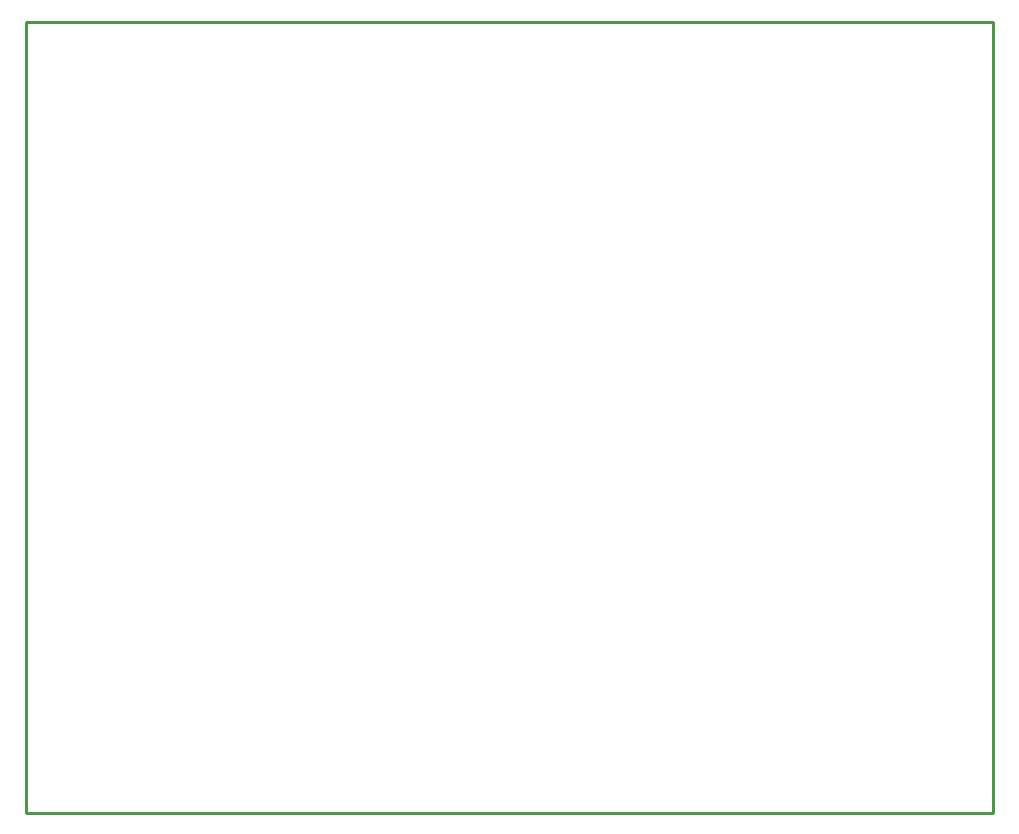
<source format=gbr>
G04 EAGLE Gerber RS-274X export*
G75*
%MOMM*%
%FSLAX34Y34*%
%LPD*%
%IN*%
%IPPOS*%
%AMOC8*
5,1,8,0,0,1.08239X$1,22.5*%
G01*
%ADD10C,0.254000*%


D10*
X0Y0D02*
X818950Y0D01*
X818950Y669800D01*
X0Y669800D01*
X0Y0D01*
M02*

</source>
